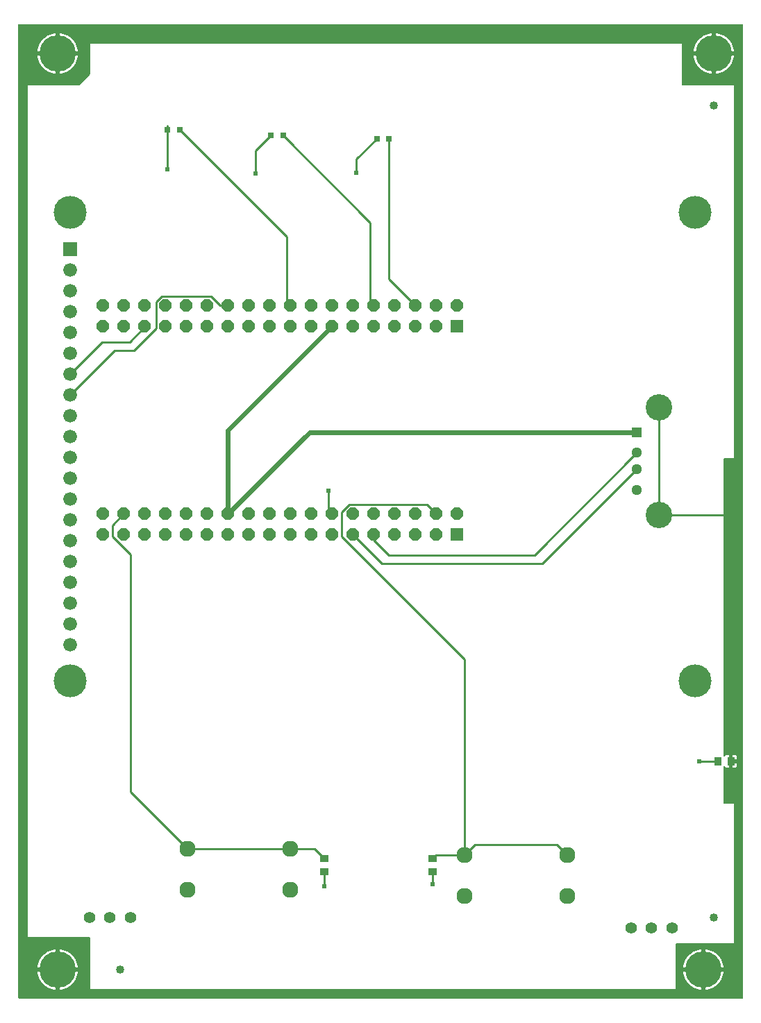
<source format=gbr>
G04 EAGLE Gerber RS-274X export*
G75*
%MOMM*%
%FSLAX34Y34*%
%LPD*%
%INTop Copper*%
%IPPOS*%
%AMOC8*
5,1,8,0,0,1.08239X$1,22.5*%
G01*
%ADD10R,1.524000X1.524000*%
%ADD11P,1.649562X8X202.500000*%
%ADD12R,1.676400X1.676400*%
%ADD13C,1.676400*%
%ADD14C,4.016000*%
%ADD15C,1.400000*%
%ADD16R,0.800000X0.800000*%
%ADD17C,1.960000*%
%ADD18R,1.031241X0.949959*%
%ADD19R,1.288000X1.288000*%
%ADD20C,1.288000*%
%ADD21C,3.220000*%
%ADD22C,4.445000*%
%ADD23C,1.016000*%
%ADD24R,0.949959X1.031241*%
%ADD25C,0.254000*%
%ADD26C,0.609600*%
%ADD27C,0.609600*%

G36*
X886444Y1190108D02*
X886444Y1190108D01*
X886437Y1190227D01*
X886424Y1190265D01*
X886419Y1190306D01*
X886376Y1190416D01*
X886339Y1190529D01*
X886317Y1190564D01*
X886302Y1190601D01*
X886233Y1190697D01*
X886169Y1190798D01*
X886139Y1190826D01*
X886116Y1190859D01*
X886024Y1190935D01*
X885937Y1191016D01*
X885902Y1191036D01*
X885871Y1191061D01*
X885763Y1191112D01*
X885659Y1191170D01*
X885619Y1191180D01*
X885583Y1191197D01*
X885466Y1191219D01*
X885351Y1191249D01*
X885291Y1191253D01*
X885271Y1191257D01*
X885250Y1191255D01*
X885190Y1191259D01*
X3810Y1191259D01*
X3692Y1191244D01*
X3573Y1191237D01*
X3535Y1191224D01*
X3494Y1191219D01*
X3384Y1191176D01*
X3271Y1191139D01*
X3236Y1191117D01*
X3199Y1191102D01*
X3103Y1191033D01*
X3002Y1190969D01*
X2974Y1190939D01*
X2941Y1190916D01*
X2865Y1190824D01*
X2784Y1190737D01*
X2764Y1190702D01*
X2739Y1190671D01*
X2688Y1190563D01*
X2630Y1190459D01*
X2620Y1190419D01*
X2603Y1190383D01*
X2581Y1190266D01*
X2551Y1190151D01*
X2547Y1190091D01*
X2543Y1190071D01*
X2545Y1190050D01*
X2541Y1189990D01*
X2541Y3810D01*
X2556Y3692D01*
X2563Y3573D01*
X2576Y3535D01*
X2581Y3494D01*
X2624Y3384D01*
X2661Y3271D01*
X2683Y3236D01*
X2698Y3199D01*
X2767Y3103D01*
X2831Y3002D01*
X2861Y2974D01*
X2884Y2941D01*
X2976Y2865D01*
X3063Y2784D01*
X3098Y2764D01*
X3129Y2739D01*
X3237Y2688D01*
X3341Y2630D01*
X3381Y2620D01*
X3417Y2603D01*
X3534Y2581D01*
X3649Y2551D01*
X3709Y2547D01*
X3729Y2543D01*
X3750Y2545D01*
X3810Y2541D01*
X885190Y2541D01*
X885308Y2556D01*
X885427Y2563D01*
X885465Y2576D01*
X885506Y2581D01*
X885616Y2624D01*
X885729Y2661D01*
X885764Y2683D01*
X885801Y2698D01*
X885897Y2767D01*
X885998Y2831D01*
X886026Y2861D01*
X886059Y2884D01*
X886135Y2976D01*
X886216Y3063D01*
X886236Y3098D01*
X886261Y3129D01*
X886312Y3237D01*
X886370Y3341D01*
X886380Y3381D01*
X886397Y3417D01*
X886419Y3534D01*
X886449Y3649D01*
X886453Y3709D01*
X886457Y3729D01*
X886455Y3750D01*
X886459Y3810D01*
X886459Y1189990D01*
X886444Y1190108D01*
G37*
%LPC*%
G36*
X76200Y1116331D02*
X76200Y1116331D01*
X76298Y1116343D01*
X76397Y1116346D01*
X76455Y1116363D01*
X76516Y1116371D01*
X76608Y1116407D01*
X76703Y1116435D01*
X76755Y1116465D01*
X76811Y1116488D01*
X76891Y1116546D01*
X76977Y1116596D01*
X77052Y1116662D01*
X77069Y1116674D01*
X77076Y1116684D01*
X77098Y1116703D01*
X89798Y1129403D01*
X89858Y1129481D01*
X89926Y1129553D01*
X89955Y1129606D01*
X89992Y1129654D01*
X90032Y1129745D01*
X90080Y1129831D01*
X90095Y1129890D01*
X90119Y1129946D01*
X90134Y1130044D01*
X90159Y1130139D01*
X90165Y1130239D01*
X90169Y1130260D01*
X90167Y1130272D01*
X90169Y1130300D01*
X90169Y1167131D01*
X811531Y1167131D01*
X811531Y1117600D01*
X811546Y1117482D01*
X811553Y1117363D01*
X811566Y1117325D01*
X811571Y1117284D01*
X811614Y1117174D01*
X811651Y1117061D01*
X811673Y1117026D01*
X811688Y1116989D01*
X811758Y1116893D01*
X811821Y1116792D01*
X811851Y1116764D01*
X811874Y1116731D01*
X811966Y1116656D01*
X812053Y1116574D01*
X812088Y1116554D01*
X812119Y1116529D01*
X812227Y1116478D01*
X812331Y1116420D01*
X812371Y1116410D01*
X812407Y1116393D01*
X812524Y1116371D01*
X812639Y1116341D01*
X812700Y1116337D01*
X812720Y1116333D01*
X812740Y1116335D01*
X812800Y1116331D01*
X875031Y1116331D01*
X875031Y661669D01*
X863600Y661669D01*
X863482Y661654D01*
X863363Y661647D01*
X863325Y661634D01*
X863284Y661629D01*
X863174Y661586D01*
X863061Y661549D01*
X863026Y661527D01*
X862989Y661512D01*
X862893Y661443D01*
X862792Y661379D01*
X862764Y661349D01*
X862731Y661326D01*
X862656Y661234D01*
X862574Y661147D01*
X862554Y661112D01*
X862529Y661081D01*
X862478Y660973D01*
X862420Y660869D01*
X862410Y660829D01*
X862393Y660793D01*
X862371Y660676D01*
X862341Y660561D01*
X862337Y660501D01*
X862333Y660481D01*
X862335Y660460D01*
X862331Y660400D01*
X862331Y299393D01*
X862343Y299295D01*
X862346Y299196D01*
X862363Y299138D01*
X862371Y299078D01*
X862407Y298986D01*
X862434Y298891D01*
X862465Y298838D01*
X862488Y298782D01*
X862546Y298702D01*
X862596Y298617D01*
X862663Y298541D01*
X862674Y298525D01*
X862684Y298517D01*
X862702Y298496D01*
X862757Y298442D01*
X862856Y298364D01*
X862951Y298282D01*
X862981Y298267D01*
X863008Y298247D01*
X863123Y298197D01*
X863236Y298140D01*
X863269Y298133D01*
X863300Y298120D01*
X863424Y298100D01*
X863547Y298074D01*
X863581Y298075D01*
X863614Y298070D01*
X863739Y298082D01*
X863865Y298087D01*
X863897Y298097D01*
X863930Y298100D01*
X864049Y298143D01*
X864169Y298179D01*
X864198Y298196D01*
X864230Y298207D01*
X864334Y298278D01*
X864442Y298343D01*
X864465Y298367D01*
X864493Y298386D01*
X864576Y298480D01*
X864664Y298570D01*
X864691Y298611D01*
X864703Y298624D01*
X864713Y298644D01*
X864753Y298704D01*
X864818Y298816D01*
X865291Y299289D01*
X865870Y299624D01*
X866517Y299797D01*
X869227Y299797D01*
X869227Y293205D01*
X869242Y293087D01*
X869249Y292968D01*
X869262Y292930D01*
X869267Y292890D01*
X869311Y292779D01*
X869347Y292666D01*
X869369Y292631D01*
X869384Y292594D01*
X869454Y292498D01*
X869517Y292397D01*
X869547Y292369D01*
X869571Y292337D01*
X869662Y292261D01*
X869749Y292179D01*
X869784Y292160D01*
X869816Y292134D01*
X869880Y292104D01*
X869789Y292037D01*
X869688Y291974D01*
X869660Y291944D01*
X869628Y291920D01*
X869552Y291829D01*
X869470Y291742D01*
X869451Y291707D01*
X869425Y291675D01*
X869374Y291568D01*
X869317Y291464D01*
X869306Y291424D01*
X869289Y291388D01*
X869267Y291271D01*
X869237Y291156D01*
X869233Y291095D01*
X869229Y291075D01*
X869231Y291055D01*
X869227Y290995D01*
X869227Y284403D01*
X866517Y284403D01*
X865870Y284576D01*
X865291Y284911D01*
X864818Y285384D01*
X864753Y285496D01*
X864678Y285596D01*
X864607Y285700D01*
X864581Y285722D01*
X864561Y285749D01*
X864463Y285827D01*
X864368Y285911D01*
X864338Y285926D01*
X864312Y285947D01*
X864197Y285998D01*
X864085Y286055D01*
X864052Y286062D01*
X864022Y286076D01*
X863897Y286097D01*
X863775Y286125D01*
X863741Y286124D01*
X863708Y286129D01*
X863582Y286119D01*
X863457Y286115D01*
X863424Y286106D01*
X863391Y286103D01*
X863272Y286062D01*
X863151Y286026D01*
X863122Y286009D01*
X863091Y285998D01*
X862985Y285929D01*
X862877Y285865D01*
X862841Y285833D01*
X862826Y285823D01*
X862811Y285807D01*
X862757Y285758D01*
X862702Y285704D01*
X862642Y285626D01*
X862574Y285554D01*
X862545Y285501D01*
X862507Y285453D01*
X862468Y285362D01*
X862420Y285276D01*
X862405Y285217D01*
X862381Y285161D01*
X862366Y285063D01*
X862341Y284968D01*
X862335Y284867D01*
X862331Y284847D01*
X862333Y284835D01*
X862331Y284807D01*
X862331Y241300D01*
X862346Y241182D01*
X862353Y241063D01*
X862366Y241025D01*
X862371Y240984D01*
X862414Y240874D01*
X862451Y240761D01*
X862473Y240726D01*
X862488Y240689D01*
X862558Y240593D01*
X862621Y240492D01*
X862651Y240464D01*
X862674Y240431D01*
X862766Y240356D01*
X862853Y240274D01*
X862888Y240254D01*
X862919Y240229D01*
X863027Y240178D01*
X863131Y240120D01*
X863171Y240110D01*
X863207Y240093D01*
X863324Y240071D01*
X863439Y240041D01*
X863500Y240037D01*
X863520Y240033D01*
X863540Y240035D01*
X863600Y240031D01*
X875031Y240031D01*
X875031Y69849D01*
X805180Y69849D01*
X805062Y69834D01*
X804943Y69827D01*
X804905Y69814D01*
X804864Y69809D01*
X804754Y69766D01*
X804641Y69729D01*
X804606Y69707D01*
X804569Y69692D01*
X804473Y69623D01*
X804372Y69559D01*
X804344Y69529D01*
X804311Y69506D01*
X804236Y69414D01*
X804154Y69327D01*
X804134Y69292D01*
X804109Y69261D01*
X804058Y69153D01*
X804000Y69049D01*
X803990Y69009D01*
X803973Y68973D01*
X803951Y68856D01*
X803921Y68741D01*
X803917Y68681D01*
X803913Y68661D01*
X803915Y68640D01*
X803914Y68623D01*
X803913Y68622D01*
X803913Y68621D01*
X803911Y68580D01*
X803911Y13969D01*
X90169Y13969D01*
X90169Y76200D01*
X90154Y76318D01*
X90147Y76437D01*
X90134Y76475D01*
X90129Y76516D01*
X90086Y76626D01*
X90049Y76739D01*
X90027Y76774D01*
X90012Y76811D01*
X89943Y76907D01*
X89879Y77008D01*
X89849Y77036D01*
X89826Y77069D01*
X89734Y77145D01*
X89647Y77226D01*
X89612Y77246D01*
X89581Y77271D01*
X89473Y77322D01*
X89369Y77380D01*
X89329Y77390D01*
X89293Y77407D01*
X89176Y77429D01*
X89061Y77459D01*
X89001Y77463D01*
X88981Y77467D01*
X88960Y77465D01*
X88900Y77469D01*
X13969Y77469D01*
X13969Y1116331D01*
X76200Y1116331D01*
G37*
%LPD*%
%LPC*%
G36*
X53339Y1158239D02*
X53339Y1158239D01*
X53339Y1180336D01*
X54955Y1180154D01*
X57667Y1179535D01*
X60292Y1178617D01*
X62799Y1177410D01*
X65154Y1175930D01*
X67329Y1174195D01*
X69295Y1172229D01*
X71030Y1170054D01*
X72510Y1167699D01*
X73717Y1165192D01*
X74635Y1162567D01*
X75254Y1159855D01*
X75436Y1158239D01*
X53339Y1158239D01*
G37*
%LPD*%
%LPC*%
G36*
X853439Y1158239D02*
X853439Y1158239D01*
X853439Y1180336D01*
X855055Y1180154D01*
X857767Y1179535D01*
X860392Y1178617D01*
X862899Y1177410D01*
X865254Y1175930D01*
X867429Y1174195D01*
X869395Y1172229D01*
X871130Y1170054D01*
X872610Y1167699D01*
X873817Y1165192D01*
X874735Y1162567D01*
X875354Y1159855D01*
X875536Y1158239D01*
X853439Y1158239D01*
G37*
%LPD*%
%LPC*%
G36*
X53339Y40639D02*
X53339Y40639D01*
X53339Y62736D01*
X54955Y62554D01*
X57667Y61935D01*
X60292Y61017D01*
X62799Y59810D01*
X65154Y58330D01*
X67329Y56595D01*
X69295Y54629D01*
X71030Y52454D01*
X72510Y50099D01*
X73717Y47592D01*
X74635Y44967D01*
X75254Y42255D01*
X75436Y40639D01*
X53339Y40639D01*
G37*
%LPD*%
%LPC*%
G36*
X840739Y40639D02*
X840739Y40639D01*
X840739Y62736D01*
X842355Y62554D01*
X845067Y61935D01*
X847692Y61017D01*
X850199Y59810D01*
X852554Y58330D01*
X854729Y56595D01*
X856695Y54629D01*
X858430Y52454D01*
X859910Y50099D01*
X861117Y47592D01*
X862035Y44967D01*
X862654Y42255D01*
X862836Y40639D01*
X840739Y40639D01*
G37*
%LPD*%
%LPC*%
G36*
X26164Y1158239D02*
X26164Y1158239D01*
X26346Y1159855D01*
X26965Y1162567D01*
X27883Y1165192D01*
X29090Y1167699D01*
X30570Y1170054D01*
X32305Y1172229D01*
X34271Y1174195D01*
X36446Y1175930D01*
X38801Y1177410D01*
X41308Y1178617D01*
X43933Y1179535D01*
X46645Y1180154D01*
X48261Y1180336D01*
X48261Y1158239D01*
X26164Y1158239D01*
G37*
%LPD*%
%LPC*%
G36*
X826264Y1158239D02*
X826264Y1158239D01*
X826446Y1159855D01*
X827065Y1162567D01*
X827983Y1165192D01*
X829190Y1167699D01*
X830670Y1170054D01*
X832405Y1172229D01*
X834371Y1174195D01*
X836546Y1175930D01*
X838901Y1177410D01*
X841408Y1178617D01*
X844033Y1179535D01*
X846745Y1180154D01*
X848361Y1180336D01*
X848361Y1158239D01*
X826264Y1158239D01*
G37*
%LPD*%
%LPC*%
G36*
X853439Y1153161D02*
X853439Y1153161D01*
X875536Y1153161D01*
X875354Y1151545D01*
X874735Y1148833D01*
X873817Y1146208D01*
X872610Y1143701D01*
X871130Y1141346D01*
X869395Y1139171D01*
X867429Y1137205D01*
X865254Y1135470D01*
X862899Y1133990D01*
X860392Y1132783D01*
X857767Y1131865D01*
X855055Y1131246D01*
X853439Y1131064D01*
X853439Y1153161D01*
G37*
%LPD*%
%LPC*%
G36*
X53339Y1153161D02*
X53339Y1153161D01*
X75436Y1153161D01*
X75254Y1151545D01*
X74635Y1148833D01*
X73717Y1146208D01*
X72510Y1143701D01*
X71030Y1141346D01*
X69295Y1139171D01*
X67329Y1137205D01*
X65154Y1135470D01*
X62799Y1133990D01*
X60292Y1132783D01*
X57667Y1131865D01*
X54955Y1131246D01*
X53339Y1131064D01*
X53339Y1153161D01*
G37*
%LPD*%
%LPC*%
G36*
X26164Y40639D02*
X26164Y40639D01*
X26346Y42255D01*
X26965Y44967D01*
X27883Y47592D01*
X29090Y50099D01*
X30570Y52454D01*
X32305Y54629D01*
X34271Y56595D01*
X36446Y58330D01*
X38801Y59810D01*
X41308Y61017D01*
X43933Y61935D01*
X46645Y62554D01*
X48261Y62736D01*
X48261Y40639D01*
X26164Y40639D01*
G37*
%LPD*%
%LPC*%
G36*
X813564Y40639D02*
X813564Y40639D01*
X813746Y42255D01*
X814365Y44967D01*
X815283Y47592D01*
X816490Y50099D01*
X817970Y52454D01*
X819705Y54629D01*
X821671Y56595D01*
X823846Y58330D01*
X826201Y59810D01*
X828708Y61017D01*
X831333Y61935D01*
X834045Y62554D01*
X835661Y62736D01*
X835661Y40639D01*
X813564Y40639D01*
G37*
%LPD*%
%LPC*%
G36*
X840739Y35561D02*
X840739Y35561D01*
X862836Y35561D01*
X862654Y33945D01*
X862035Y31233D01*
X861117Y28608D01*
X859910Y26101D01*
X858430Y23746D01*
X856695Y21571D01*
X854729Y19605D01*
X852554Y17870D01*
X850199Y16390D01*
X847692Y15183D01*
X845067Y14265D01*
X842355Y13646D01*
X840739Y13464D01*
X840739Y35561D01*
G37*
%LPD*%
%LPC*%
G36*
X53339Y35561D02*
X53339Y35561D01*
X75436Y35561D01*
X75254Y33945D01*
X74635Y31233D01*
X73717Y28608D01*
X72510Y26101D01*
X71030Y23746D01*
X69295Y21571D01*
X67329Y19605D01*
X65154Y17870D01*
X62799Y16390D01*
X60292Y15183D01*
X57667Y14265D01*
X54955Y13646D01*
X53339Y13464D01*
X53339Y35561D01*
G37*
%LPD*%
%LPC*%
G36*
X846745Y1131246D02*
X846745Y1131246D01*
X844033Y1131865D01*
X841408Y1132783D01*
X838901Y1133990D01*
X836546Y1135470D01*
X834371Y1137205D01*
X832405Y1139171D01*
X830670Y1141346D01*
X829190Y1143701D01*
X827983Y1146208D01*
X827065Y1148833D01*
X826446Y1151545D01*
X826264Y1153161D01*
X848361Y1153161D01*
X848361Y1131064D01*
X846745Y1131246D01*
G37*
%LPD*%
%LPC*%
G36*
X46645Y1131246D02*
X46645Y1131246D01*
X43933Y1131865D01*
X41308Y1132783D01*
X38801Y1133990D01*
X36446Y1135470D01*
X34271Y1137205D01*
X32305Y1139171D01*
X30570Y1141346D01*
X29090Y1143701D01*
X27883Y1146208D01*
X26965Y1148833D01*
X26346Y1151545D01*
X26164Y1153161D01*
X48261Y1153161D01*
X48261Y1131064D01*
X46645Y1131246D01*
G37*
%LPD*%
%LPC*%
G36*
X834045Y13646D02*
X834045Y13646D01*
X831333Y14265D01*
X828708Y15183D01*
X826201Y16390D01*
X823846Y17870D01*
X821671Y19605D01*
X819705Y21571D01*
X817970Y23746D01*
X816490Y26101D01*
X815283Y28608D01*
X814365Y31233D01*
X813746Y33945D01*
X813564Y35561D01*
X835661Y35561D01*
X835661Y13464D01*
X834045Y13646D01*
G37*
%LPD*%
%LPC*%
G36*
X46645Y13646D02*
X46645Y13646D01*
X43933Y14265D01*
X41308Y15183D01*
X38801Y16390D01*
X36446Y17870D01*
X34271Y19605D01*
X32305Y21571D01*
X30570Y23746D01*
X29090Y26101D01*
X27883Y28608D01*
X26965Y31233D01*
X26346Y33945D01*
X26164Y35561D01*
X48261Y35561D01*
X48261Y13464D01*
X46645Y13646D01*
G37*
%LPD*%
%LPC*%
G36*
X873975Y294474D02*
X873975Y294474D01*
X873975Y299797D01*
X876685Y299797D01*
X877332Y299624D01*
X877911Y299289D01*
X878384Y298816D01*
X878718Y298237D01*
X878892Y297591D01*
X878892Y294474D01*
X873975Y294474D01*
G37*
%LPD*%
%LPC*%
G36*
X873975Y284403D02*
X873975Y284403D01*
X873975Y289726D01*
X878891Y289726D01*
X878892Y286609D01*
X878718Y285963D01*
X878384Y285384D01*
X877911Y284911D01*
X877332Y284576D01*
X876685Y284403D01*
X873975Y284403D01*
G37*
%LPD*%
%LPC*%
G36*
X850899Y1155699D02*
X850899Y1155699D01*
X850899Y1155701D01*
X850901Y1155701D01*
X850901Y1155699D01*
X850899Y1155699D01*
G37*
%LPD*%
%LPC*%
G36*
X50799Y1155699D02*
X50799Y1155699D01*
X50799Y1155701D01*
X50801Y1155701D01*
X50801Y1155699D01*
X50799Y1155699D01*
G37*
%LPD*%
%LPC*%
G36*
X838199Y38099D02*
X838199Y38099D01*
X838199Y38101D01*
X838201Y38101D01*
X838201Y38099D01*
X838199Y38099D01*
G37*
%LPD*%
%LPC*%
G36*
X50799Y38099D02*
X50799Y38099D01*
X50799Y38101D01*
X50801Y38101D01*
X50801Y38099D01*
X50799Y38099D01*
G37*
%LPD*%
D10*
X537800Y568700D03*
D11*
X537800Y594100D03*
X512400Y568700D03*
X512400Y594100D03*
X487000Y568700D03*
X487000Y594100D03*
X461600Y568700D03*
X461600Y594100D03*
X436200Y568700D03*
X436200Y594100D03*
X410800Y568700D03*
X410800Y594100D03*
X385400Y568700D03*
X385400Y594100D03*
X360000Y568700D03*
X360000Y594100D03*
X334600Y568700D03*
X334600Y594100D03*
X309200Y568700D03*
X309200Y594100D03*
X283800Y568700D03*
X283800Y594100D03*
X258400Y568700D03*
X258400Y594100D03*
X233000Y568700D03*
X233000Y594100D03*
X207600Y568700D03*
X207600Y594100D03*
X182200Y568700D03*
X182200Y594100D03*
X156800Y568700D03*
X156800Y594100D03*
X131400Y568700D03*
X131400Y594100D03*
X106000Y568700D03*
X106000Y594100D03*
D10*
X537800Y822700D03*
D11*
X537800Y848100D03*
X512400Y822700D03*
X512400Y848100D03*
X487000Y822700D03*
X487000Y848100D03*
X461600Y822700D03*
X461600Y848100D03*
X436200Y822700D03*
X436200Y848100D03*
X410800Y822700D03*
X410800Y848100D03*
X385400Y822700D03*
X385400Y848100D03*
X360000Y822700D03*
X360000Y848100D03*
X334600Y822700D03*
X334600Y848100D03*
X309200Y822700D03*
X309200Y848100D03*
X283800Y822700D03*
X283800Y848100D03*
X258400Y822700D03*
X258400Y848100D03*
X233000Y822700D03*
X233000Y848100D03*
X207600Y822700D03*
X207600Y848100D03*
X182200Y822700D03*
X182200Y848100D03*
X156800Y822700D03*
X156800Y848100D03*
X131400Y822700D03*
X131400Y848100D03*
X106000Y822700D03*
X106000Y848100D03*
D12*
X66040Y916940D03*
D13*
X66040Y891540D03*
X66040Y866140D03*
X66040Y840740D03*
X66040Y815340D03*
X66040Y789940D03*
X66040Y764540D03*
X66040Y739140D03*
X66040Y713740D03*
X66040Y688340D03*
X66040Y662940D03*
X66040Y637540D03*
X66040Y612140D03*
X66040Y586740D03*
X66040Y561340D03*
X66040Y535940D03*
X66040Y510540D03*
X66040Y485140D03*
X66040Y459740D03*
X66040Y434340D03*
D14*
X66040Y961390D03*
X66040Y389890D03*
X828040Y961390D03*
X828040Y389890D03*
D15*
X749700Y88900D03*
X774700Y88900D03*
X799700Y88900D03*
X89300Y101600D03*
X114300Y101600D03*
X139300Y101600D03*
D16*
X199778Y1062228D03*
X184778Y1062228D03*
X325508Y1055624D03*
X310508Y1055624D03*
X454794Y1051306D03*
X439794Y1051306D03*
D17*
X672100Y177400D03*
X672100Y127400D03*
X547100Y127400D03*
X547100Y177400D03*
X334280Y185020D03*
X334280Y135020D03*
X209280Y135020D03*
X209280Y185020D03*
D18*
X375920Y173101D03*
X375920Y157099D03*
X508000Y173101D03*
X508000Y157099D03*
D19*
X756920Y693420D03*
D20*
X756920Y668420D03*
X756920Y648420D03*
X756920Y623420D03*
D21*
X784020Y724120D03*
X784020Y592720D03*
D22*
X850900Y1155700D03*
D23*
X127000Y38100D03*
D24*
X871601Y292100D03*
X855599Y292100D03*
D22*
X838200Y38100D03*
X50800Y38100D03*
X50800Y1155700D03*
D23*
X850900Y101600D03*
X850900Y1092200D03*
D25*
X184778Y1067428D02*
X184778Y1062228D01*
X833120Y292100D02*
X855599Y292100D01*
D26*
X833120Y292100D03*
D25*
X184778Y1014850D02*
X184778Y1062228D01*
X184778Y1014850D02*
X184404Y1014476D01*
D26*
X184404Y1014476D03*
D25*
X291592Y1036708D02*
X310508Y1055624D01*
X291592Y1036708D02*
X291592Y1009396D01*
X415036Y1026548D02*
X439794Y1051306D01*
X415036Y1026548D02*
X415036Y1010158D01*
D26*
X415036Y1010158D03*
X291592Y1009396D03*
D25*
X156800Y822700D02*
X156800Y821776D01*
X138675Y803650D01*
X105150Y803650D02*
X66040Y764540D01*
X105150Y803650D02*
X138675Y803650D01*
X120390Y793490D02*
X66040Y739140D01*
X170770Y852835D02*
X177466Y859530D01*
X249165Y848100D02*
X258400Y848100D01*
X249165Y848100D02*
X237735Y859530D01*
X143755Y793490D02*
X120390Y793490D01*
X177466Y859530D02*
X237735Y859530D01*
X170770Y820506D02*
X143755Y793490D01*
X170770Y820506D02*
X170770Y852835D01*
X632060Y543560D02*
X756920Y668420D01*
X632060Y543560D02*
X454660Y543560D01*
X436200Y562020D01*
X436200Y568700D01*
X641900Y533400D02*
X756920Y648420D01*
X446100Y533400D02*
X410800Y568700D01*
X446100Y533400D02*
X641900Y533400D01*
X330200Y931806D02*
X199778Y1062228D01*
X330200Y931806D02*
X330200Y850900D01*
X333000Y848100D01*
X334600Y848100D01*
X431800Y949332D02*
X325508Y1055624D01*
X431800Y949332D02*
X431800Y850900D01*
X434600Y848100D01*
X436200Y848100D01*
X454794Y880306D02*
X487000Y848100D01*
X454794Y880306D02*
X454794Y1051306D01*
X659400Y190100D02*
X672100Y177400D01*
X659400Y190100D02*
X559800Y190100D01*
X547100Y177400D01*
X512299Y177400D02*
X508000Y173101D01*
X512299Y177400D02*
X547100Y177400D01*
X547100Y416236D01*
X396830Y566506D01*
X396830Y596295D01*
X406066Y605530D01*
X500970Y605530D01*
X512400Y594100D01*
X375920Y157807D02*
X375920Y157099D01*
X385400Y594100D02*
X381000Y598500D01*
X381000Y622300D01*
D26*
X381000Y622300D03*
X375920Y139700D03*
D25*
X375920Y157099D01*
X508000Y157099D02*
X508000Y142240D01*
D26*
X508000Y142240D03*
D25*
X334280Y185020D02*
X209280Y185020D01*
X364001Y185020D02*
X375920Y173101D01*
X364001Y185020D02*
X334280Y185020D01*
X209280Y185020D02*
X139700Y254600D01*
X139700Y544236D02*
X117430Y566506D01*
X117430Y580130D02*
X131400Y594100D01*
X139700Y544236D02*
X139700Y254600D01*
X117430Y566506D02*
X117430Y580130D01*
D27*
X258400Y695700D02*
X385400Y822700D01*
X258400Y695700D02*
X258400Y594100D01*
X357720Y693420D02*
X756920Y693420D01*
X357720Y693420D02*
X258400Y594100D01*
D25*
X784020Y592720D02*
X784020Y724120D01*
X784020Y592720D02*
X875400Y592720D01*
M02*

</source>
